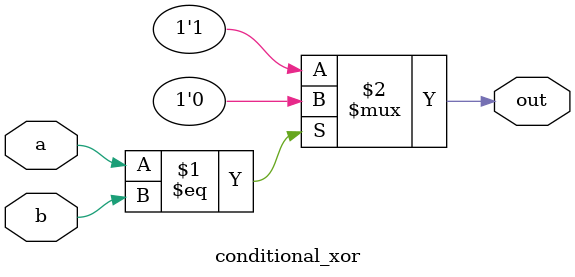
<source format=v>
module conditional_xor (
  input a,
  input b,
  output out
);

  assign out = (a == b) ? 1'b0 : 1'b1; // Check if bits are equal

endmodule
</source>
